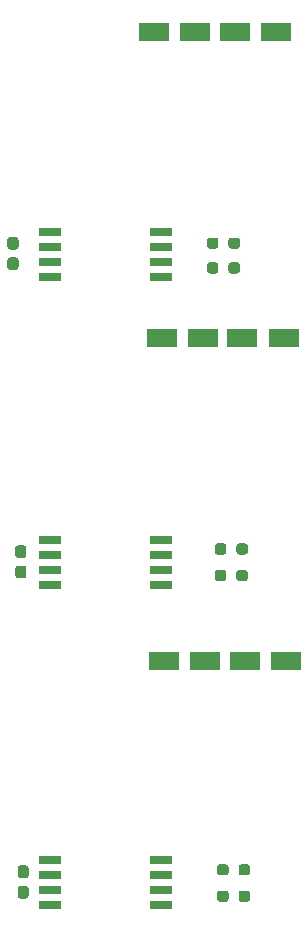
<source format=gbr>
%TF.GenerationSoftware,KiCad,Pcbnew,(5.1.12)-1*%
%TF.CreationDate,2023-12-01T15:42:45+05:30*%
%TF.ProjectId,DCCB PCB-V3,44434342-2050-4434-922d-56332e6b6963,rev?*%
%TF.SameCoordinates,Original*%
%TF.FileFunction,Paste,Top*%
%TF.FilePolarity,Positive*%
%FSLAX46Y46*%
G04 Gerber Fmt 4.6, Leading zero omitted, Abs format (unit mm)*
G04 Created by KiCad (PCBNEW (5.1.12)-1) date 2023-12-01 15:42:45*
%MOMM*%
%LPD*%
G01*
G04 APERTURE LIST*
%ADD10R,2.500000X1.600000*%
%ADD11R,1.850000X0.650000*%
G04 APERTURE END LIST*
%TO.C,R11*%
G36*
G01*
X77695000Y-103402500D02*
X77695000Y-103877500D01*
G75*
G02*
X77457500Y-104115000I-237500J0D01*
G01*
X76957500Y-104115000D01*
G75*
G02*
X76720000Y-103877500I0J237500D01*
G01*
X76720000Y-103402500D01*
G75*
G02*
X76957500Y-103165000I237500J0D01*
G01*
X77457500Y-103165000D01*
G75*
G02*
X77695000Y-103402500I0J-237500D01*
G01*
G37*
G36*
G01*
X79520000Y-103402500D02*
X79520000Y-103877500D01*
G75*
G02*
X79282500Y-104115000I-237500J0D01*
G01*
X78782500Y-104115000D01*
G75*
G02*
X78545000Y-103877500I0J237500D01*
G01*
X78545000Y-103402500D01*
G75*
G02*
X78782500Y-103165000I237500J0D01*
G01*
X79282500Y-103165000D01*
G75*
G02*
X79520000Y-103402500I0J-237500D01*
G01*
G37*
%TD*%
%TO.C,R10*%
G36*
G01*
X77695000Y-101162500D02*
X77695000Y-101637500D01*
G75*
G02*
X77457500Y-101875000I-237500J0D01*
G01*
X76957500Y-101875000D01*
G75*
G02*
X76720000Y-101637500I0J237500D01*
G01*
X76720000Y-101162500D01*
G75*
G02*
X76957500Y-100925000I237500J0D01*
G01*
X77457500Y-100925000D01*
G75*
G02*
X77695000Y-101162500I0J-237500D01*
G01*
G37*
G36*
G01*
X79520000Y-101162500D02*
X79520000Y-101637500D01*
G75*
G02*
X79282500Y-101875000I-237500J0D01*
G01*
X78782500Y-101875000D01*
G75*
G02*
X78545000Y-101637500I0J237500D01*
G01*
X78545000Y-101162500D01*
G75*
G02*
X78782500Y-100925000I237500J0D01*
G01*
X79282500Y-100925000D01*
G75*
G02*
X79520000Y-101162500I0J-237500D01*
G01*
G37*
%TD*%
%TO.C,R7*%
G36*
G01*
X77025000Y-77362500D02*
X77025000Y-77837500D01*
G75*
G02*
X76787500Y-78075000I-237500J0D01*
G01*
X76287500Y-78075000D01*
G75*
G02*
X76050000Y-77837500I0J237500D01*
G01*
X76050000Y-77362500D01*
G75*
G02*
X76287500Y-77125000I237500J0D01*
G01*
X76787500Y-77125000D01*
G75*
G02*
X77025000Y-77362500I0J-237500D01*
G01*
G37*
G36*
G01*
X78850000Y-77362500D02*
X78850000Y-77837500D01*
G75*
G02*
X78612500Y-78075000I-237500J0D01*
G01*
X78112500Y-78075000D01*
G75*
G02*
X77875000Y-77837500I0J237500D01*
G01*
X77875000Y-77362500D01*
G75*
G02*
X78112500Y-77125000I237500J0D01*
G01*
X78612500Y-77125000D01*
G75*
G02*
X78850000Y-77362500I0J-237500D01*
G01*
G37*
%TD*%
%TO.C,R6*%
G36*
G01*
X77025000Y-75262500D02*
X77025000Y-75737500D01*
G75*
G02*
X76787500Y-75975000I-237500J0D01*
G01*
X76287500Y-75975000D01*
G75*
G02*
X76050000Y-75737500I0J237500D01*
G01*
X76050000Y-75262500D01*
G75*
G02*
X76287500Y-75025000I237500J0D01*
G01*
X76787500Y-75025000D01*
G75*
G02*
X77025000Y-75262500I0J-237500D01*
G01*
G37*
G36*
G01*
X78850000Y-75262500D02*
X78850000Y-75737500D01*
G75*
G02*
X78612500Y-75975000I-237500J0D01*
G01*
X78112500Y-75975000D01*
G75*
G02*
X77875000Y-75737500I0J237500D01*
G01*
X77875000Y-75262500D01*
G75*
G02*
X78112500Y-75025000I237500J0D01*
G01*
X78612500Y-75025000D01*
G75*
G02*
X78850000Y-75262500I0J-237500D01*
G01*
G37*
%TD*%
%TO.C,R5*%
G36*
G01*
X77885000Y-130562500D02*
X77885000Y-131037500D01*
G75*
G02*
X77647500Y-131275000I-237500J0D01*
G01*
X77147500Y-131275000D01*
G75*
G02*
X76910000Y-131037500I0J237500D01*
G01*
X76910000Y-130562500D01*
G75*
G02*
X77147500Y-130325000I237500J0D01*
G01*
X77647500Y-130325000D01*
G75*
G02*
X77885000Y-130562500I0J-237500D01*
G01*
G37*
G36*
G01*
X79710000Y-130562500D02*
X79710000Y-131037500D01*
G75*
G02*
X79472500Y-131275000I-237500J0D01*
G01*
X78972500Y-131275000D01*
G75*
G02*
X78735000Y-131037500I0J237500D01*
G01*
X78735000Y-130562500D01*
G75*
G02*
X78972500Y-130325000I237500J0D01*
G01*
X79472500Y-130325000D01*
G75*
G02*
X79710000Y-130562500I0J-237500D01*
G01*
G37*
%TD*%
%TO.C,R4*%
G36*
G01*
X77885000Y-128322500D02*
X77885000Y-128797500D01*
G75*
G02*
X77647500Y-129035000I-237500J0D01*
G01*
X77147500Y-129035000D01*
G75*
G02*
X76910000Y-128797500I0J237500D01*
G01*
X76910000Y-128322500D01*
G75*
G02*
X77147500Y-128085000I237500J0D01*
G01*
X77647500Y-128085000D01*
G75*
G02*
X77885000Y-128322500I0J-237500D01*
G01*
G37*
G36*
G01*
X79710000Y-128322500D02*
X79710000Y-128797500D01*
G75*
G02*
X79472500Y-129035000I-237500J0D01*
G01*
X78972500Y-129035000D01*
G75*
G02*
X78735000Y-128797500I0J237500D01*
G01*
X78735000Y-128322500D01*
G75*
G02*
X78972500Y-128085000I237500J0D01*
G01*
X79472500Y-128085000D01*
G75*
G02*
X79710000Y-128322500I0J-237500D01*
G01*
G37*
%TD*%
%TO.C,C15*%
G36*
G01*
X60062500Y-102805000D02*
X60537500Y-102805000D01*
G75*
G02*
X60775000Y-103042500I0J-237500D01*
G01*
X60775000Y-103642500D01*
G75*
G02*
X60537500Y-103880000I-237500J0D01*
G01*
X60062500Y-103880000D01*
G75*
G02*
X59825000Y-103642500I0J237500D01*
G01*
X59825000Y-103042500D01*
G75*
G02*
X60062500Y-102805000I237500J0D01*
G01*
G37*
G36*
G01*
X60062500Y-101080000D02*
X60537500Y-101080000D01*
G75*
G02*
X60775000Y-101317500I0J-237500D01*
G01*
X60775000Y-101917500D01*
G75*
G02*
X60537500Y-102155000I-237500J0D01*
G01*
X60062500Y-102155000D01*
G75*
G02*
X59825000Y-101917500I0J237500D01*
G01*
X59825000Y-101317500D01*
G75*
G02*
X60062500Y-101080000I237500J0D01*
G01*
G37*
%TD*%
%TO.C,C14*%
G36*
G01*
X59392500Y-76705000D02*
X59867500Y-76705000D01*
G75*
G02*
X60105000Y-76942500I0J-237500D01*
G01*
X60105000Y-77542500D01*
G75*
G02*
X59867500Y-77780000I-237500J0D01*
G01*
X59392500Y-77780000D01*
G75*
G02*
X59155000Y-77542500I0J237500D01*
G01*
X59155000Y-76942500D01*
G75*
G02*
X59392500Y-76705000I237500J0D01*
G01*
G37*
G36*
G01*
X59392500Y-74980000D02*
X59867500Y-74980000D01*
G75*
G02*
X60105000Y-75217500I0J-237500D01*
G01*
X60105000Y-75817500D01*
G75*
G02*
X59867500Y-76055000I-237500J0D01*
G01*
X59392500Y-76055000D01*
G75*
G02*
X59155000Y-75817500I0J237500D01*
G01*
X59155000Y-75217500D01*
G75*
G02*
X59392500Y-74980000I237500J0D01*
G01*
G37*
%TD*%
%TO.C,C13*%
G36*
G01*
X60252500Y-129915000D02*
X60727500Y-129915000D01*
G75*
G02*
X60965000Y-130152500I0J-237500D01*
G01*
X60965000Y-130752500D01*
G75*
G02*
X60727500Y-130990000I-237500J0D01*
G01*
X60252500Y-130990000D01*
G75*
G02*
X60015000Y-130752500I0J237500D01*
G01*
X60015000Y-130152500D01*
G75*
G02*
X60252500Y-129915000I237500J0D01*
G01*
G37*
G36*
G01*
X60252500Y-128190000D02*
X60727500Y-128190000D01*
G75*
G02*
X60965000Y-128427500I0J-237500D01*
G01*
X60965000Y-129027500D01*
G75*
G02*
X60727500Y-129265000I-237500J0D01*
G01*
X60252500Y-129265000D01*
G75*
G02*
X60015000Y-129027500I0J237500D01*
G01*
X60015000Y-128427500D01*
G75*
G02*
X60252500Y-128190000I237500J0D01*
G01*
G37*
%TD*%
D10*
%TO.C,C5*%
X78390000Y-57580000D03*
X81890000Y-57580000D03*
%TD*%
D11*
%TO.C,IC5*%
X72125000Y-100615000D03*
X72125000Y-101885000D03*
X72125000Y-103155000D03*
X72125000Y-104425000D03*
X62775000Y-104425000D03*
X62775000Y-103155000D03*
X62775000Y-101885000D03*
X62775000Y-100615000D03*
%TD*%
%TO.C,IC3*%
X72125000Y-74515000D03*
X72125000Y-75785000D03*
X72125000Y-77055000D03*
X72125000Y-78325000D03*
X62775000Y-78325000D03*
X62775000Y-77055000D03*
X62775000Y-75785000D03*
X62775000Y-74515000D03*
%TD*%
%TO.C,IC2*%
X72125000Y-127725000D03*
X72125000Y-128995000D03*
X72125000Y-130265000D03*
X72125000Y-131535000D03*
X62775000Y-131535000D03*
X62775000Y-130265000D03*
X62775000Y-128995000D03*
X62775000Y-127725000D03*
%TD*%
D10*
%TO.C,C10*%
X72240000Y-83560000D03*
X75740000Y-83560000D03*
%TD*%
%TO.C,C9*%
X79060000Y-83560000D03*
X82560000Y-83560000D03*
%TD*%
%TO.C,C8*%
X72430000Y-110850000D03*
X75930000Y-110850000D03*
%TD*%
%TO.C,C7*%
X79250000Y-110850000D03*
X82750000Y-110850000D03*
%TD*%
%TO.C,C6*%
X71570000Y-57580000D03*
X75070000Y-57580000D03*
%TD*%
M02*

</source>
